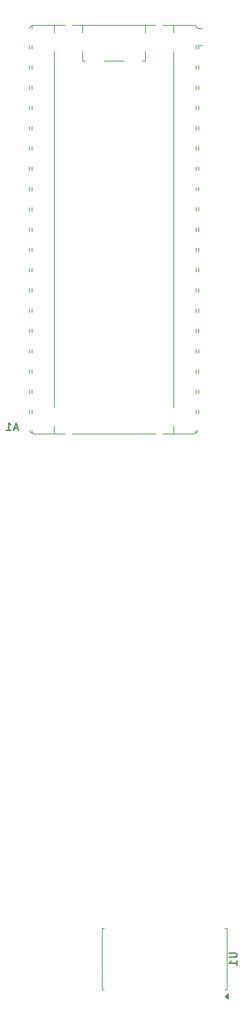
<source format=gbr>
%TF.GenerationSoftware,KiCad,Pcbnew,9.0.1*%
%TF.CreationDate,2025-07-07T17:58:15-06:00*%
%TF.ProjectId,MixDeck v1,4d697844-6563-46b2-9076-312e6b696361,rev?*%
%TF.SameCoordinates,Original*%
%TF.FileFunction,Legend,Bot*%
%TF.FilePolarity,Positive*%
%FSLAX46Y46*%
G04 Gerber Fmt 4.6, Leading zero omitted, Abs format (unit mm)*
G04 Created by KiCad (PCBNEW 9.0.1) date 2025-07-07 17:58:15*
%MOMM*%
%LPD*%
G01*
G04 APERTURE LIST*
%ADD10C,0.150000*%
%ADD11C,0.120000*%
G04 APERTURE END LIST*
D10*
X406884819Y-314198095D02*
X407694342Y-314198095D01*
X407694342Y-314198095D02*
X407789580Y-314245714D01*
X407789580Y-314245714D02*
X407837200Y-314293333D01*
X407837200Y-314293333D02*
X407884819Y-314388571D01*
X407884819Y-314388571D02*
X407884819Y-314579047D01*
X407884819Y-314579047D02*
X407837200Y-314674285D01*
X407837200Y-314674285D02*
X407789580Y-314721904D01*
X407789580Y-314721904D02*
X407694342Y-314769523D01*
X407694342Y-314769523D02*
X406884819Y-314769523D01*
X407884819Y-315769523D02*
X407884819Y-315198095D01*
X407884819Y-315483809D02*
X406884819Y-315483809D01*
X406884819Y-315483809D02*
X407027676Y-315388571D01*
X407027676Y-315388571D02*
X407122914Y-315293333D01*
X407122914Y-315293333D02*
X407170533Y-315198095D01*
X380393339Y-248454104D02*
X379917149Y-248454104D01*
X380488577Y-248739819D02*
X380155244Y-247739819D01*
X380155244Y-247739819D02*
X379821911Y-248739819D01*
X378964768Y-248739819D02*
X379536196Y-248739819D01*
X379250482Y-248739819D02*
X379250482Y-247739819D01*
X379250482Y-247739819D02*
X379345720Y-247882676D01*
X379345720Y-247882676D02*
X379440958Y-247977914D01*
X379440958Y-247977914D02*
X379536196Y-248025533D01*
D11*
%TO.C,U1*%
X390970000Y-311100000D02*
X391235000Y-311100000D01*
X390970000Y-314960000D02*
X390970000Y-311100000D01*
X390970000Y-314960000D02*
X390970000Y-318820000D01*
X390970000Y-318820000D02*
X391235000Y-318820000D01*
X406590000Y-311100000D02*
X406325000Y-311100000D01*
X406590000Y-314960000D02*
X406590000Y-311100000D01*
X406590000Y-314960000D02*
X406590000Y-318820000D01*
X406590000Y-318820000D02*
X406325000Y-318820000D01*
X406795000Y-320012500D02*
X406325000Y-319672500D01*
X406795000Y-319332500D01*
X406795000Y-320012500D01*
G36*
X406795000Y-320012500D02*
G01*
X406325000Y-319672500D01*
X406795000Y-319332500D01*
X406795000Y-320012500D01*
G37*
%TO.C,A1*%
X381820000Y-200450000D02*
X381820000Y-200870000D01*
X381820000Y-202990000D02*
X381820000Y-203410000D01*
X381820000Y-205530000D02*
X381820000Y-205950000D01*
X381820000Y-208070000D02*
X381820000Y-208490000D01*
X381820000Y-210610000D02*
X381820000Y-211030000D01*
X381820000Y-213150000D02*
X381820000Y-213570000D01*
X381820000Y-215690000D02*
X381820000Y-216110000D01*
X381820000Y-218230000D02*
X381820000Y-218650000D01*
X381820000Y-220770000D02*
X381820000Y-221190000D01*
X381820000Y-223310000D02*
X381820000Y-223730000D01*
X381820000Y-225850000D02*
X381820000Y-226270000D01*
X381820000Y-228390000D02*
X381820000Y-228810000D01*
X381820000Y-230930000D02*
X381820000Y-231350000D01*
X381820000Y-233470000D02*
X381820000Y-233890000D01*
X381820000Y-236010000D02*
X381820000Y-236430000D01*
X381820000Y-238550000D02*
X381820000Y-238970000D01*
X381820000Y-241090000D02*
X381820000Y-241510000D01*
X381820000Y-243630000D02*
X381820000Y-244050000D01*
X381820000Y-246170000D02*
X381820000Y-246590000D01*
X382160000Y-198330063D02*
X382160000Y-197973000D01*
X382160000Y-200450000D02*
X382160000Y-200870000D01*
X382160000Y-202990000D02*
X382160000Y-203410000D01*
X382160000Y-205530000D02*
X382160000Y-205950000D01*
X382160000Y-208070000D02*
X382160000Y-208490000D01*
X382160000Y-210610000D02*
X382160000Y-211030000D01*
X382160000Y-213150000D02*
X382160000Y-213570000D01*
X382160000Y-215690000D02*
X382160000Y-216110000D01*
X382160000Y-218230000D02*
X382160000Y-218650000D01*
X382160000Y-220770000D02*
X382160000Y-221190000D01*
X382160000Y-223310000D02*
X382160000Y-223730000D01*
X382160000Y-225850000D02*
X382160000Y-226270000D01*
X382160000Y-228390000D02*
X382160000Y-228810000D01*
X382160000Y-230930000D02*
X382160000Y-231350000D01*
X382160000Y-233470000D02*
X382160000Y-233890000D01*
X382160000Y-236010000D02*
X382160000Y-236430000D01*
X382160000Y-238550000D02*
X382160000Y-238970000D01*
X382160000Y-241090000D02*
X382160000Y-241510000D01*
X382160000Y-243630000D02*
X382160000Y-244050000D01*
X382160000Y-246170000D02*
X382160000Y-246590000D01*
X382160000Y-248709937D02*
X382160000Y-249067000D01*
X382430000Y-197910000D02*
X384920000Y-197910000D01*
X384920000Y-197910000D02*
X384920000Y-198823520D01*
X384920000Y-201216480D02*
X384920000Y-245823520D01*
X384920000Y-248216480D02*
X384920000Y-249130000D01*
X386267939Y-197910000D02*
X384920000Y-197910000D01*
X386267939Y-249130000D02*
X382430000Y-249130000D01*
X387192061Y-249130000D02*
X388830000Y-249130000D01*
X388195000Y-197910000D02*
X387192061Y-197910000D01*
X388530000Y-197910000D02*
X388530000Y-198826000D01*
X388530000Y-201214000D02*
X388530000Y-202430000D01*
X388826090Y-202430000D02*
X388530000Y-202430000D01*
X388830000Y-249130000D02*
X396030000Y-249130000D01*
X393676090Y-202430000D02*
X391183910Y-202430000D01*
X396030000Y-249130000D02*
X397667939Y-249130000D01*
X396330000Y-197910000D02*
X396330000Y-198826000D01*
X396330000Y-201214000D02*
X396330000Y-202430000D01*
X396330000Y-202430000D02*
X396033910Y-202430000D01*
X396665000Y-197910000D02*
X388195000Y-197910000D01*
X397667939Y-197910000D02*
X396665000Y-197910000D01*
X399940000Y-197910000D02*
X398592060Y-197910000D01*
X399940000Y-197910000D02*
X399940000Y-198823520D01*
X399940000Y-201216480D02*
X399940000Y-245823520D01*
X399940000Y-248216480D02*
X399940000Y-249130000D01*
X402430000Y-197910000D02*
X399940000Y-197910000D01*
X402430000Y-249130000D02*
X398592061Y-249130000D01*
X402700000Y-198330063D02*
X402700000Y-197973000D01*
X402700000Y-200450000D02*
X402700000Y-200870000D01*
X402700000Y-202990000D02*
X402700000Y-203410000D01*
X402700000Y-205530000D02*
X402700000Y-205950000D01*
X402700000Y-208070000D02*
X402700000Y-208490000D01*
X402700000Y-210610000D02*
X402700000Y-211030000D01*
X402700000Y-213150000D02*
X402700000Y-213570000D01*
X402700000Y-215690000D02*
X402700000Y-216110000D01*
X402700000Y-218230000D02*
X402700000Y-218650000D01*
X402700000Y-220770000D02*
X402700000Y-221190000D01*
X402700000Y-223310000D02*
X402700000Y-223730000D01*
X402700000Y-225850000D02*
X402700000Y-226270000D01*
X402700000Y-228390000D02*
X402700000Y-228810000D01*
X402700000Y-230930000D02*
X402700000Y-231350000D01*
X402700000Y-233470000D02*
X402700000Y-233890000D01*
X402700000Y-236010000D02*
X402700000Y-236430000D01*
X402700000Y-238550000D02*
X402700000Y-238970000D01*
X402700000Y-241090000D02*
X402700000Y-241510000D01*
X402700000Y-243630000D02*
X402700000Y-244050000D01*
X402700000Y-246170000D02*
X402700000Y-246590000D01*
X402700000Y-248709937D02*
X402700000Y-249067000D01*
X403009676Y-198330000D02*
X403520000Y-198330000D01*
X403040000Y-200450000D02*
X403040000Y-200870000D01*
X403040000Y-200450000D02*
X403520000Y-200450000D01*
X403040000Y-202990000D02*
X403040000Y-203410000D01*
X403040000Y-205530000D02*
X403040000Y-205950000D01*
X403040000Y-208070000D02*
X403040000Y-208490000D01*
X403040000Y-210610000D02*
X403040000Y-211030000D01*
X403040000Y-213150000D02*
X403040000Y-213570000D01*
X403040000Y-215690000D02*
X403040000Y-216110000D01*
X403040000Y-218230000D02*
X403040000Y-218650000D01*
X403040000Y-220770000D02*
X403040000Y-221190000D01*
X403040000Y-223310000D02*
X403040000Y-223730000D01*
X403040000Y-225850000D02*
X403040000Y-226270000D01*
X403040000Y-228390000D02*
X403040000Y-228810000D01*
X403040000Y-230930000D02*
X403040000Y-231350000D01*
X403040000Y-233470000D02*
X403040000Y-233890000D01*
X403040000Y-236010000D02*
X403040000Y-236430000D01*
X403040000Y-238550000D02*
X403040000Y-238970000D01*
X403040000Y-241090000D02*
X403040000Y-241510000D01*
X403040000Y-243630000D02*
X403040000Y-244050000D01*
X403040000Y-246170000D02*
X403040000Y-246590000D01*
X381850324Y-198330063D02*
G75*
G02*
X382430000Y-197910000I579676J-189937D01*
G01*
X382430000Y-249130000D02*
G75*
G02*
X381850349Y-248709929I100J610100D01*
G01*
X402430000Y-197910000D02*
G75*
G02*
X403009676Y-198330000I-16J-610051D01*
G01*
X403009676Y-248709937D02*
G75*
G02*
X402430000Y-249130000I-579677J189939D01*
G01*
%TD*%
M02*

</source>
